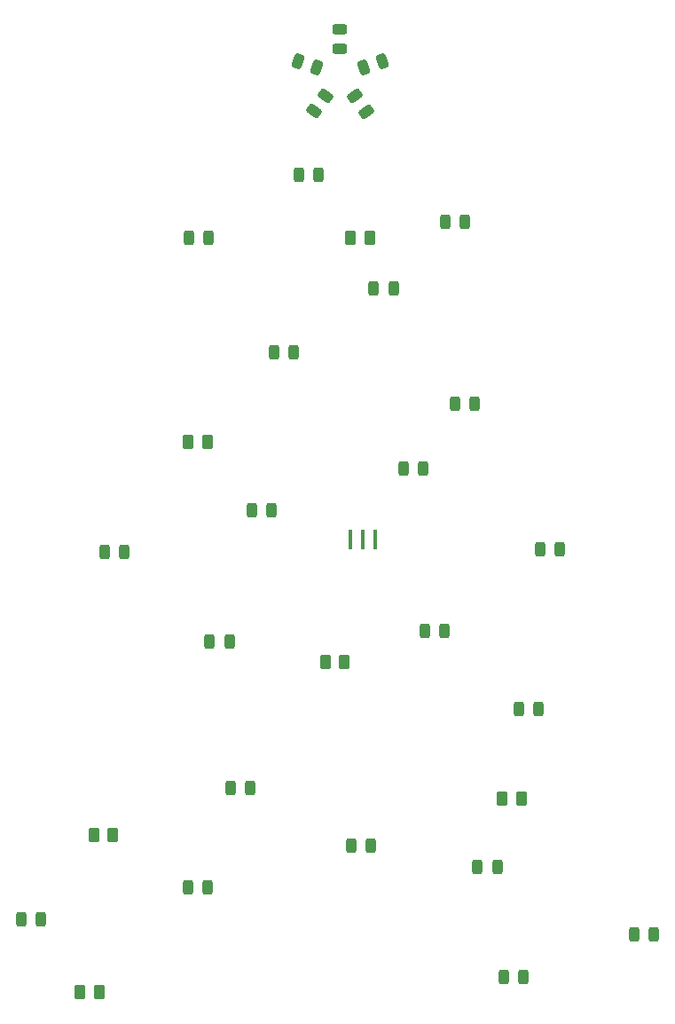
<source format=gbr>
%TF.GenerationSoftware,KiCad,Pcbnew,(6.0.9)*%
%TF.CreationDate,2023-01-09T21:04:10+01:00*%
%TF.ProjectId,christmas_tree,63687269-7374-46d6-9173-5f747265652e,rev?*%
%TF.SameCoordinates,Original*%
%TF.FileFunction,Paste,Top*%
%TF.FilePolarity,Positive*%
%FSLAX46Y46*%
G04 Gerber Fmt 4.6, Leading zero omitted, Abs format (unit mm)*
G04 Created by KiCad (PCBNEW (6.0.9)) date 2023-01-09 21:04:10*
%MOMM*%
%LPD*%
G01*
G04 APERTURE LIST*
G04 Aperture macros list*
%AMRoundRect*
0 Rectangle with rounded corners*
0 $1 Rounding radius*
0 $2 $3 $4 $5 $6 $7 $8 $9 X,Y pos of 4 corners*
0 Add a 4 corners polygon primitive as box body*
4,1,4,$2,$3,$4,$5,$6,$7,$8,$9,$2,$3,0*
0 Add four circle primitives for the rounded corners*
1,1,$1+$1,$2,$3*
1,1,$1+$1,$4,$5*
1,1,$1+$1,$6,$7*
1,1,$1+$1,$8,$9*
0 Add four rect primitives between the rounded corners*
20,1,$1+$1,$2,$3,$4,$5,0*
20,1,$1+$1,$4,$5,$6,$7,0*
20,1,$1+$1,$6,$7,$8,$9,0*
20,1,$1+$1,$8,$9,$2,$3,0*%
G04 Aperture macros list end*
%ADD10RoundRect,0.243750X-0.243750X-0.456250X0.243750X-0.456250X0.243750X0.456250X-0.243750X0.456250X0*%
%ADD11RoundRect,0.250000X-0.262500X-0.450000X0.262500X-0.450000X0.262500X0.450000X-0.262500X0.450000X0*%
%ADD12R,0.400000X1.900000*%
%ADD13RoundRect,0.243750X-0.225841X0.465375X-0.512387X0.070979X0.225841X-0.465375X0.512387X-0.070979X0*%
%ADD14RoundRect,0.243750X0.090831X0.509242X-0.372809X0.358597X-0.090831X-0.509242X0.372809X-0.358597X0*%
%ADD15RoundRect,0.243750X0.372809X0.358597X-0.090831X0.509242X-0.372809X-0.358597X0.090831X-0.509242X0*%
%ADD16RoundRect,0.243750X-0.456250X0.243750X-0.456250X-0.243750X0.456250X-0.243750X0.456250X0.243750X0*%
%ADD17RoundRect,0.243750X0.243750X0.456250X-0.243750X0.456250X-0.243750X-0.456250X0.243750X-0.456250X0*%
%ADD18RoundRect,0.243750X-0.512387X-0.070979X-0.225841X-0.465375X0.512387X0.070979X0.225841X0.465375X0*%
G04 APERTURE END LIST*
D10*
%TO.C,D21*%
X190062500Y-138000000D03*
X191937500Y-138000000D03*
%TD*%
D11*
%TO.C,R3*%
X177500000Y-125000000D03*
X179325000Y-125000000D03*
%TD*%
D12*
%TO.C,Y1*%
X162960000Y-100290000D03*
X164160000Y-100290000D03*
X165360000Y-100290000D03*
%TD*%
D13*
%TO.C,D25*%
X160618049Y-57924047D03*
X159515951Y-59440953D03*
%TD*%
D10*
%TO.C,D8*%
X153562500Y-97500000D03*
X155437500Y-97500000D03*
%TD*%
%TO.C,D1*%
X131562500Y-136500000D03*
X133437500Y-136500000D03*
%TD*%
D14*
%TO.C,D10*%
X166051615Y-54690297D03*
X164268385Y-55269703D03*
%TD*%
D10*
%TO.C,D3*%
X139500000Y-101500000D03*
X141375000Y-101500000D03*
%TD*%
%TO.C,D13*%
X168062500Y-93500000D03*
X169937500Y-93500000D03*
%TD*%
D15*
%TO.C,D20*%
X159731615Y-55229703D03*
X157948385Y-54650297D03*
%TD*%
D16*
%TO.C,D15*%
X162000000Y-51625000D03*
X162000000Y-53500000D03*
%TD*%
D10*
%TO.C,D18*%
X181112500Y-101220000D03*
X182987500Y-101220000D03*
%TD*%
%TO.C,D6*%
X147500000Y-133500000D03*
X149375000Y-133500000D03*
%TD*%
%TO.C,D22*%
X170105000Y-109050000D03*
X171980000Y-109050000D03*
%TD*%
D11*
%TO.C,R2*%
X137175000Y-143500000D03*
X139000000Y-143500000D03*
%TD*%
D10*
%TO.C,D24*%
X147562500Y-71500000D03*
X149437500Y-71500000D03*
%TD*%
D17*
%TO.C,D14*%
X173937500Y-70000000D03*
X172062500Y-70000000D03*
%TD*%
D10*
%TO.C,D11*%
X177625000Y-142000000D03*
X179500000Y-142000000D03*
%TD*%
D11*
%TO.C,R5*%
X147500000Y-91000000D03*
X149325000Y-91000000D03*
%TD*%
D18*
%TO.C,D5*%
X163428951Y-57941547D03*
X164531049Y-59458453D03*
%TD*%
D10*
%TO.C,D2*%
X179062500Y-116500000D03*
X180937500Y-116500000D03*
%TD*%
%TO.C,D16*%
X175125000Y-131500000D03*
X177000000Y-131500000D03*
%TD*%
D11*
%TO.C,R6*%
X163000000Y-71500000D03*
X164825000Y-71500000D03*
%TD*%
D10*
%TO.C,D12*%
X151562500Y-124000000D03*
X153437500Y-124000000D03*
%TD*%
D11*
%TO.C,R1*%
X138500000Y-128500000D03*
X140325000Y-128500000D03*
%TD*%
D10*
%TO.C,D23*%
X172932500Y-87380000D03*
X174807500Y-87380000D03*
%TD*%
D11*
%TO.C,R4*%
X160587500Y-112000000D03*
X162412500Y-112000000D03*
%TD*%
D10*
%TO.C,D17*%
X149562500Y-110000000D03*
X151437500Y-110000000D03*
%TD*%
%TO.C,D7*%
X163062500Y-129500000D03*
X164937500Y-129500000D03*
%TD*%
%TO.C,D19*%
X158062500Y-65500000D03*
X159937500Y-65500000D03*
%TD*%
D17*
%TO.C,D9*%
X167100000Y-76300000D03*
X165225000Y-76300000D03*
%TD*%
D10*
%TO.C,D4*%
X155672500Y-82440000D03*
X157547500Y-82440000D03*
%TD*%
M02*

</source>
